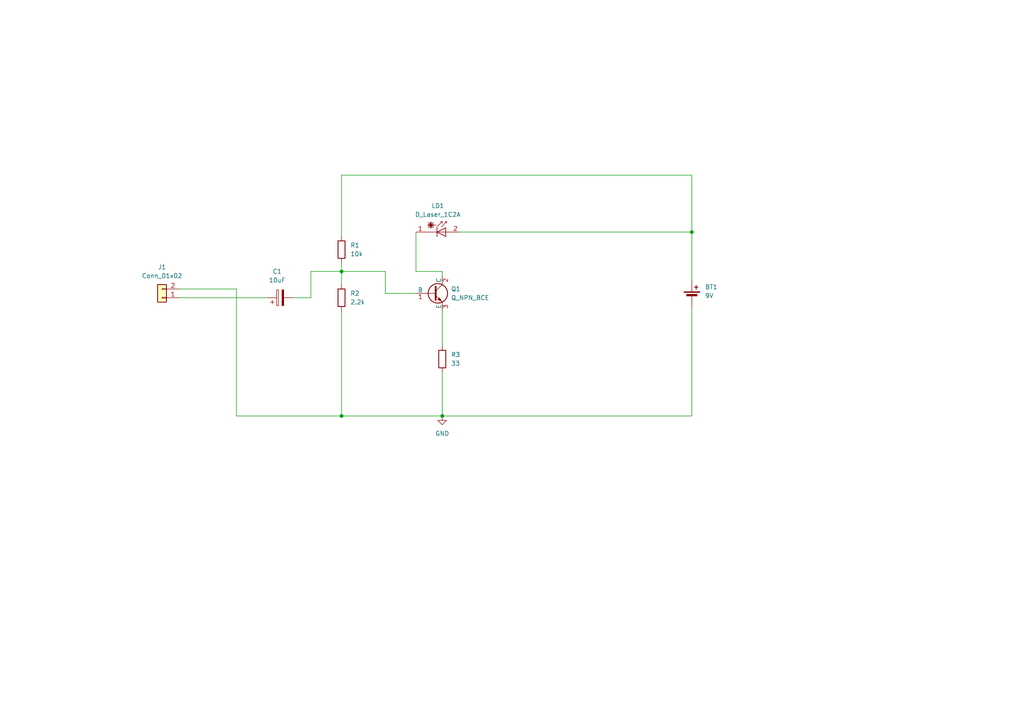
<source format=kicad_sch>
(kicad_sch
	(version 20250114)
	(generator "eeschema")
	(generator_version "9.0")
	(uuid "e12cf7e9-8d3c-4750-ac44-c410fc5d1368")
	(paper "A4")
	(title_block
		(title "Laser Audio Project")
	)
	(lib_symbols
		(symbol "Connector_Generic:Conn_01x02"
			(pin_names
				(offset 1.016)
				(hide yes)
			)
			(exclude_from_sim no)
			(in_bom yes)
			(on_board yes)
			(property "Reference" "J"
				(at 0 2.54 0)
				(effects
					(font
						(size 1.27 1.27)
					)
				)
			)
			(property "Value" "Conn_01x02"
				(at 0 -5.08 0)
				(effects
					(font
						(size 1.27 1.27)
					)
				)
			)
			(property "Footprint" ""
				(at 0 0 0)
				(effects
					(font
						(size 1.27 1.27)
					)
					(hide yes)
				)
			)
			(property "Datasheet" "~"
				(at 0 0 0)
				(effects
					(font
						(size 1.27 1.27)
					)
					(hide yes)
				)
			)
			(property "Description" "Generic connector, single row, 01x02, script generated (kicad-library-utils/schlib/autogen/connector/)"
				(at 0 0 0)
				(effects
					(font
						(size 1.27 1.27)
					)
					(hide yes)
				)
			)
			(property "ki_keywords" "connector"
				(at 0 0 0)
				(effects
					(font
						(size 1.27 1.27)
					)
					(hide yes)
				)
			)
			(property "ki_fp_filters" "Connector*:*_1x??_*"
				(at 0 0 0)
				(effects
					(font
						(size 1.27 1.27)
					)
					(hide yes)
				)
			)
			(symbol "Conn_01x02_1_1"
				(rectangle
					(start -1.27 1.27)
					(end 1.27 -3.81)
					(stroke
						(width 0.254)
						(type default)
					)
					(fill
						(type background)
					)
				)
				(rectangle
					(start -1.27 0.127)
					(end 0 -0.127)
					(stroke
						(width 0.1524)
						(type default)
					)
					(fill
						(type none)
					)
				)
				(rectangle
					(start -1.27 -2.413)
					(end 0 -2.667)
					(stroke
						(width 0.1524)
						(type default)
					)
					(fill
						(type none)
					)
				)
				(pin passive line
					(at -5.08 0 0)
					(length 3.81)
					(name "Pin_1"
						(effects
							(font
								(size 1.27 1.27)
							)
						)
					)
					(number "1"
						(effects
							(font
								(size 1.27 1.27)
							)
						)
					)
				)
				(pin passive line
					(at -5.08 -2.54 0)
					(length 3.81)
					(name "Pin_2"
						(effects
							(font
								(size 1.27 1.27)
							)
						)
					)
					(number "2"
						(effects
							(font
								(size 1.27 1.27)
							)
						)
					)
				)
			)
			(embedded_fonts no)
		)
		(symbol "Device:Battery_Cell"
			(pin_numbers
				(hide yes)
			)
			(pin_names
				(offset 0)
				(hide yes)
			)
			(exclude_from_sim no)
			(in_bom yes)
			(on_board yes)
			(property "Reference" "BT"
				(at 2.54 2.54 0)
				(effects
					(font
						(size 1.27 1.27)
					)
					(justify left)
				)
			)
			(property "Value" "Battery_Cell"
				(at 2.54 0 0)
				(effects
					(font
						(size 1.27 1.27)
					)
					(justify left)
				)
			)
			(property "Footprint" ""
				(at 0 1.524 90)
				(effects
					(font
						(size 1.27 1.27)
					)
					(hide yes)
				)
			)
			(property "Datasheet" "~"
				(at 0 1.524 90)
				(effects
					(font
						(size 1.27 1.27)
					)
					(hide yes)
				)
			)
			(property "Description" "Single-cell battery"
				(at 0 0 0)
				(effects
					(font
						(size 1.27 1.27)
					)
					(hide yes)
				)
			)
			(property "ki_keywords" "battery cell"
				(at 0 0 0)
				(effects
					(font
						(size 1.27 1.27)
					)
					(hide yes)
				)
			)
			(symbol "Battery_Cell_0_1"
				(rectangle
					(start -2.286 1.778)
					(end 2.286 1.524)
					(stroke
						(width 0)
						(type default)
					)
					(fill
						(type outline)
					)
				)
				(rectangle
					(start -1.524 1.016)
					(end 1.524 0.508)
					(stroke
						(width 0)
						(type default)
					)
					(fill
						(type outline)
					)
				)
				(polyline
					(pts
						(xy 0 1.778) (xy 0 2.54)
					)
					(stroke
						(width 0)
						(type default)
					)
					(fill
						(type none)
					)
				)
				(polyline
					(pts
						(xy 0 0.762) (xy 0 0)
					)
					(stroke
						(width 0)
						(type default)
					)
					(fill
						(type none)
					)
				)
				(polyline
					(pts
						(xy 0.762 3.048) (xy 1.778 3.048)
					)
					(stroke
						(width 0.254)
						(type default)
					)
					(fill
						(type none)
					)
				)
				(polyline
					(pts
						(xy 1.27 3.556) (xy 1.27 2.54)
					)
					(stroke
						(width 0.254)
						(type default)
					)
					(fill
						(type none)
					)
				)
			)
			(symbol "Battery_Cell_1_1"
				(pin passive line
					(at 0 5.08 270)
					(length 2.54)
					(name "+"
						(effects
							(font
								(size 1.27 1.27)
							)
						)
					)
					(number "1"
						(effects
							(font
								(size 1.27 1.27)
							)
						)
					)
				)
				(pin passive line
					(at 0 -2.54 90)
					(length 2.54)
					(name "-"
						(effects
							(font
								(size 1.27 1.27)
							)
						)
					)
					(number "2"
						(effects
							(font
								(size 1.27 1.27)
							)
						)
					)
				)
			)
			(embedded_fonts no)
		)
		(symbol "Device:C_Polarized"
			(pin_numbers
				(hide yes)
			)
			(pin_names
				(offset 0.254)
			)
			(exclude_from_sim no)
			(in_bom yes)
			(on_board yes)
			(property "Reference" "C"
				(at 0.635 2.54 0)
				(effects
					(font
						(size 1.27 1.27)
					)
					(justify left)
				)
			)
			(property "Value" "C_Polarized"
				(at 0.635 -2.54 0)
				(effects
					(font
						(size 1.27 1.27)
					)
					(justify left)
				)
			)
			(property "Footprint" ""
				(at 0.9652 -3.81 0)
				(effects
					(font
						(size 1.27 1.27)
					)
					(hide yes)
				)
			)
			(property "Datasheet" "~"
				(at 0 0 0)
				(effects
					(font
						(size 1.27 1.27)
					)
					(hide yes)
				)
			)
			(property "Description" "Polarized capacitor"
				(at 0 0 0)
				(effects
					(font
						(size 1.27 1.27)
					)
					(hide yes)
				)
			)
			(property "ki_keywords" "cap capacitor"
				(at 0 0 0)
				(effects
					(font
						(size 1.27 1.27)
					)
					(hide yes)
				)
			)
			(property "ki_fp_filters" "CP_*"
				(at 0 0 0)
				(effects
					(font
						(size 1.27 1.27)
					)
					(hide yes)
				)
			)
			(symbol "C_Polarized_0_1"
				(rectangle
					(start -2.286 0.508)
					(end 2.286 1.016)
					(stroke
						(width 0)
						(type default)
					)
					(fill
						(type none)
					)
				)
				(polyline
					(pts
						(xy -1.778 2.286) (xy -0.762 2.286)
					)
					(stroke
						(width 0)
						(type default)
					)
					(fill
						(type none)
					)
				)
				(polyline
					(pts
						(xy -1.27 2.794) (xy -1.27 1.778)
					)
					(stroke
						(width 0)
						(type default)
					)
					(fill
						(type none)
					)
				)
				(rectangle
					(start 2.286 -0.508)
					(end -2.286 -1.016)
					(stroke
						(width 0)
						(type default)
					)
					(fill
						(type outline)
					)
				)
			)
			(symbol "C_Polarized_1_1"
				(pin passive line
					(at 0 3.81 270)
					(length 2.794)
					(name "~"
						(effects
							(font
								(size 1.27 1.27)
							)
						)
					)
					(number "1"
						(effects
							(font
								(size 1.27 1.27)
							)
						)
					)
				)
				(pin passive line
					(at 0 -3.81 90)
					(length 2.794)
					(name "~"
						(effects
							(font
								(size 1.27 1.27)
							)
						)
					)
					(number "2"
						(effects
							(font
								(size 1.27 1.27)
							)
						)
					)
				)
			)
			(embedded_fonts no)
		)
		(symbol "Device:D_Laser_1C2A"
			(pin_names
				(offset 1.016)
				(hide yes)
			)
			(exclude_from_sim no)
			(in_bom yes)
			(on_board yes)
			(property "Reference" "LD"
				(at -1.27 4.445 0)
				(effects
					(font
						(size 1.27 1.27)
					)
				)
			)
			(property "Value" "D_Laser_1C2A"
				(at -1.27 -2.54 0)
				(effects
					(font
						(size 1.27 1.27)
					)
				)
			)
			(property "Footprint" ""
				(at -2.54 -0.635 0)
				(effects
					(font
						(size 1.27 1.27)
					)
					(hide yes)
				)
			)
			(property "Datasheet" "~"
				(at 0.762 -5.08 0)
				(effects
					(font
						(size 1.27 1.27)
					)
					(hide yes)
				)
			)
			(property "Description" "Laser diode, cathode on pin 1, anode on pin 2"
				(at 0 0 0)
				(effects
					(font
						(size 1.27 1.27)
					)
					(hide yes)
				)
			)
			(property "ki_keywords" "opto laserdiode"
				(at 0 0 0)
				(effects
					(font
						(size 1.27 1.27)
					)
					(hide yes)
				)
			)
			(property "ki_fp_filters" "*LaserDiode*"
				(at 0 0 0)
				(effects
					(font
						(size 1.27 1.27)
					)
					(hide yes)
				)
			)
			(symbol "D_Laser_1C2A_0_1"
				(polyline
					(pts
						(xy -4.064 2.794) (xy -2.54 1.27)
					)
					(stroke
						(width 0)
						(type default)
					)
					(fill
						(type none)
					)
				)
				(polyline
					(pts
						(xy -4.064 2.286) (xy -2.54 1.778)
					)
					(stroke
						(width 0)
						(type default)
					)
					(fill
						(type none)
					)
				)
				(polyline
					(pts
						(xy -4.064 1.778) (xy -2.54 2.286)
					)
					(stroke
						(width 0)
						(type default)
					)
					(fill
						(type none)
					)
				)
				(polyline
					(pts
						(xy -4.064 1.27) (xy -2.54 2.794)
					)
					(stroke
						(width 0)
						(type default)
					)
					(fill
						(type none)
					)
				)
				(polyline
					(pts
						(xy -3.556 2.794) (xy -3.048 1.27)
					)
					(stroke
						(width 0)
						(type default)
					)
					(fill
						(type none)
					)
				)
				(polyline
					(pts
						(xy -3.302 2.032) (xy -3.302 3.048)
					)
					(stroke
						(width 0)
						(type default)
					)
					(fill
						(type none)
					)
				)
				(polyline
					(pts
						(xy -3.302 2.032) (xy -3.302 1.016)
					)
					(stroke
						(width 0)
						(type default)
					)
					(fill
						(type none)
					)
				)
				(polyline
					(pts
						(xy -3.048 2.794) (xy -3.556 1.27)
					)
					(stroke
						(width 0)
						(type default)
					)
					(fill
						(type none)
					)
				)
				(polyline
					(pts
						(xy -1.778 2.032) (xy -4.318 2.032)
					)
					(stroke
						(width 0)
						(type default)
					)
					(fill
						(type none)
					)
				)
				(polyline
					(pts
						(xy -1.524 1.524) (xy 0 3.048) (xy 0 2.54) (xy 0 3.048) (xy -0.508 3.048)
					)
					(stroke
						(width 0)
						(type default)
					)
					(fill
						(type none)
					)
				)
				(polyline
					(pts
						(xy -1.524 1.27) (xy -1.524 -1.27)
					)
					(stroke
						(width 0.2032)
						(type default)
					)
					(fill
						(type none)
					)
				)
				(polyline
					(pts
						(xy -0.254 1.524) (xy 1.27 3.048) (xy 1.27 2.54)
					)
					(stroke
						(width 0)
						(type default)
					)
					(fill
						(type none)
					)
				)
				(polyline
					(pts
						(xy 1.016 1.27) (xy 1.016 -1.27) (xy -1.524 0) (xy 1.016 1.27)
					)
					(stroke
						(width 0.2032)
						(type default)
					)
					(fill
						(type none)
					)
				)
				(polyline
					(pts
						(xy 1.27 3.048) (xy 0.762 3.048)
					)
					(stroke
						(width 0)
						(type default)
					)
					(fill
						(type none)
					)
				)
				(polyline
					(pts
						(xy 2.54 0) (xy -5.08 0)
					)
					(stroke
						(width 0)
						(type default)
					)
					(fill
						(type none)
					)
				)
			)
			(symbol "D_Laser_1C2A_1_1"
				(pin passive line
					(at -7.62 0 0)
					(length 2.54)
					(name "K"
						(effects
							(font
								(size 1.27 1.27)
							)
						)
					)
					(number "1"
						(effects
							(font
								(size 1.27 1.27)
							)
						)
					)
				)
				(pin passive line
					(at 5.08 0 180)
					(length 2.54)
					(name "A"
						(effects
							(font
								(size 1.27 1.27)
							)
						)
					)
					(number "2"
						(effects
							(font
								(size 1.27 1.27)
							)
						)
					)
				)
			)
			(embedded_fonts no)
		)
		(symbol "Device:R"
			(pin_numbers
				(hide yes)
			)
			(pin_names
				(offset 0)
			)
			(exclude_from_sim no)
			(in_bom yes)
			(on_board yes)
			(property "Reference" "R"
				(at 2.032 0 90)
				(effects
					(font
						(size 1.27 1.27)
					)
				)
			)
			(property "Value" "R"
				(at 0 0 90)
				(effects
					(font
						(size 1.27 1.27)
					)
				)
			)
			(property "Footprint" ""
				(at -1.778 0 90)
				(effects
					(font
						(size 1.27 1.27)
					)
					(hide yes)
				)
			)
			(property "Datasheet" "~"
				(at 0 0 0)
				(effects
					(font
						(size 1.27 1.27)
					)
					(hide yes)
				)
			)
			(property "Description" "Resistor"
				(at 0 0 0)
				(effects
					(font
						(size 1.27 1.27)
					)
					(hide yes)
				)
			)
			(property "ki_keywords" "R res resistor"
				(at 0 0 0)
				(effects
					(font
						(size 1.27 1.27)
					)
					(hide yes)
				)
			)
			(property "ki_fp_filters" "R_*"
				(at 0 0 0)
				(effects
					(font
						(size 1.27 1.27)
					)
					(hide yes)
				)
			)
			(symbol "R_0_1"
				(rectangle
					(start -1.016 -2.54)
					(end 1.016 2.54)
					(stroke
						(width 0.254)
						(type default)
					)
					(fill
						(type none)
					)
				)
			)
			(symbol "R_1_1"
				(pin passive line
					(at 0 3.81 270)
					(length 1.27)
					(name "~"
						(effects
							(font
								(size 1.27 1.27)
							)
						)
					)
					(number "1"
						(effects
							(font
								(size 1.27 1.27)
							)
						)
					)
				)
				(pin passive line
					(at 0 -3.81 90)
					(length 1.27)
					(name "~"
						(effects
							(font
								(size 1.27 1.27)
							)
						)
					)
					(number "2"
						(effects
							(font
								(size 1.27 1.27)
							)
						)
					)
				)
			)
			(embedded_fonts no)
		)
		(symbol "R_1"
			(pin_numbers
				(hide yes)
			)
			(pin_names
				(offset 0)
			)
			(exclude_from_sim no)
			(in_bom yes)
			(on_board yes)
			(property "Reference" "R"
				(at 2.032 0 90)
				(effects
					(font
						(size 1.27 1.27)
					)
				)
			)
			(property "Value" "R"
				(at 0 0 90)
				(effects
					(font
						(size 1.27 1.27)
					)
				)
			)
			(property "Footprint" ""
				(at -1.778 0 90)
				(effects
					(font
						(size 1.27 1.27)
					)
					(hide yes)
				)
			)
			(property "Datasheet" "~"
				(at 0 0 0)
				(effects
					(font
						(size 1.27 1.27)
					)
					(hide yes)
				)
			)
			(property "Description" "Resistor"
				(at 0 0 0)
				(effects
					(font
						(size 1.27 1.27)
					)
					(hide yes)
				)
			)
			(property "ki_keywords" "R res resistor"
				(at 0 0 0)
				(effects
					(font
						(size 1.27 1.27)
					)
					(hide yes)
				)
			)
			(property "ki_fp_filters" "R_*"
				(at 0 0 0)
				(effects
					(font
						(size 1.27 1.27)
					)
					(hide yes)
				)
			)
			(symbol "R_1_0_1"
				(rectangle
					(start -1.016 -2.54)
					(end 1.016 2.54)
					(stroke
						(width 0.254)
						(type default)
					)
					(fill
						(type none)
					)
				)
			)
			(symbol "R_1_1_1"
				(pin passive line
					(at 0 3.81 270)
					(length 1.27)
					(name "~"
						(effects
							(font
								(size 1.27 1.27)
							)
						)
					)
					(number "1"
						(effects
							(font
								(size 1.27 1.27)
							)
						)
					)
				)
				(pin passive line
					(at 0 -3.81 90)
					(length 1.27)
					(name "~"
						(effects
							(font
								(size 1.27 1.27)
							)
						)
					)
					(number "2"
						(effects
							(font
								(size 1.27 1.27)
							)
						)
					)
				)
			)
			(embedded_fonts no)
		)
		(symbol "Transistor_BJT:Q_NPN_BCE"
			(pin_names
				(offset 0)
			)
			(exclude_from_sim no)
			(in_bom yes)
			(on_board yes)
			(property "Reference" "Q"
				(at 5.08 1.27 0)
				(effects
					(font
						(size 1.27 1.27)
					)
					(justify left)
				)
			)
			(property "Value" "Q_NPN_BCE"
				(at 5.08 -1.27 0)
				(effects
					(font
						(size 1.27 1.27)
					)
					(justify left)
				)
			)
			(property "Footprint" ""
				(at 5.08 2.54 0)
				(effects
					(font
						(size 1.27 1.27)
					)
					(hide yes)
				)
			)
			(property "Datasheet" "~"
				(at 0 0 0)
				(effects
					(font
						(size 1.27 1.27)
					)
					(hide yes)
				)
			)
			(property "Description" "NPN transistor, base/collector/emitter"
				(at 0 0 0)
				(effects
					(font
						(size 1.27 1.27)
					)
					(hide yes)
				)
			)
			(property "ki_keywords" "BJT"
				(at 0 0 0)
				(effects
					(font
						(size 1.27 1.27)
					)
					(hide yes)
				)
			)
			(symbol "Q_NPN_BCE_0_1"
				(polyline
					(pts
						(xy -2.54 0) (xy 0.635 0)
					)
					(stroke
						(width 0)
						(type default)
					)
					(fill
						(type none)
					)
				)
				(polyline
					(pts
						(xy 0.635 1.905) (xy 0.635 -1.905)
					)
					(stroke
						(width 0.508)
						(type default)
					)
					(fill
						(type none)
					)
				)
				(circle
					(center 1.27 0)
					(radius 2.8194)
					(stroke
						(width 0.254)
						(type default)
					)
					(fill
						(type none)
					)
				)
			)
			(symbol "Q_NPN_BCE_1_1"
				(polyline
					(pts
						(xy 0.635 0.635) (xy 2.54 2.54)
					)
					(stroke
						(width 0)
						(type default)
					)
					(fill
						(type none)
					)
				)
				(polyline
					(pts
						(xy 0.635 -0.635) (xy 2.54 -2.54)
					)
					(stroke
						(width 0)
						(type default)
					)
					(fill
						(type none)
					)
				)
				(polyline
					(pts
						(xy 1.27 -1.778) (xy 1.778 -1.27) (xy 2.286 -2.286) (xy 1.27 -1.778)
					)
					(stroke
						(width 0)
						(type default)
					)
					(fill
						(type outline)
					)
				)
				(pin input line
					(at -5.08 0 0)
					(length 2.54)
					(name "B"
						(effects
							(font
								(size 1.27 1.27)
							)
						)
					)
					(number "1"
						(effects
							(font
								(size 1.27 1.27)
							)
						)
					)
				)
				(pin passive line
					(at 2.54 5.08 270)
					(length 2.54)
					(name "C"
						(effects
							(font
								(size 1.27 1.27)
							)
						)
					)
					(number "2"
						(effects
							(font
								(size 1.27 1.27)
							)
						)
					)
				)
				(pin passive line
					(at 2.54 -5.08 90)
					(length 2.54)
					(name "E"
						(effects
							(font
								(size 1.27 1.27)
							)
						)
					)
					(number "3"
						(effects
							(font
								(size 1.27 1.27)
							)
						)
					)
				)
			)
			(embedded_fonts no)
		)
		(symbol "power:GND"
			(power)
			(pin_numbers
				(hide yes)
			)
			(pin_names
				(offset 0)
				(hide yes)
			)
			(exclude_from_sim no)
			(in_bom yes)
			(on_board yes)
			(property "Reference" "#PWR"
				(at 0 -6.35 0)
				(effects
					(font
						(size 1.27 1.27)
					)
					(hide yes)
				)
			)
			(property "Value" "GND"
				(at 0 -3.81 0)
				(effects
					(font
						(size 1.27 1.27)
					)
				)
			)
			(property "Footprint" ""
				(at 0 0 0)
				(effects
					(font
						(size 1.27 1.27)
					)
					(hide yes)
				)
			)
			(property "Datasheet" ""
				(at 0 0 0)
				(effects
					(font
						(size 1.27 1.27)
					)
					(hide yes)
				)
			)
			(property "Description" "Power symbol creates a global label with name \"GND\" , ground"
				(at 0 0 0)
				(effects
					(font
						(size 1.27 1.27)
					)
					(hide yes)
				)
			)
			(property "ki_keywords" "global power"
				(at 0 0 0)
				(effects
					(font
						(size 1.27 1.27)
					)
					(hide yes)
				)
			)
			(symbol "GND_0_1"
				(polyline
					(pts
						(xy 0 0) (xy 0 -1.27) (xy 1.27 -1.27) (xy 0 -2.54) (xy -1.27 -1.27) (xy 0 -1.27)
					)
					(stroke
						(width 0)
						(type default)
					)
					(fill
						(type none)
					)
				)
			)
			(symbol "GND_1_1"
				(pin power_in line
					(at 0 0 270)
					(length 0)
					(name "~"
						(effects
							(font
								(size 1.27 1.27)
							)
						)
					)
					(number "1"
						(effects
							(font
								(size 1.27 1.27)
							)
						)
					)
				)
			)
			(embedded_fonts no)
		)
	)
	(junction
		(at 200.66 67.31)
		(diameter 0)
		(color 0 0 0 0)
		(uuid "024c5870-f08b-405d-9b93-b61f85b2b68e")
	)
	(junction
		(at 99.06 78.74)
		(diameter 0)
		(color 0 0 0 0)
		(uuid "52029070-5046-4d9b-b498-8106a0790972")
	)
	(junction
		(at 99.06 120.65)
		(diameter 0)
		(color 0 0 0 0)
		(uuid "7f6a2f2f-4dab-4daf-a9b0-e9624f50e630")
	)
	(junction
		(at 128.27 120.65)
		(diameter 0)
		(color 0 0 0 0)
		(uuid "c1242dcd-bbfd-4876-97ed-e33ca102145f")
	)
	(wire
		(pts
			(xy 68.58 120.65) (xy 99.06 120.65)
		)
		(stroke
			(width 0)
			(type default)
		)
		(uuid "0096206a-f533-4bf8-b3b0-b7bf4e949928")
	)
	(wire
		(pts
			(xy 111.76 85.09) (xy 111.76 78.74)
		)
		(stroke
			(width 0)
			(type default)
		)
		(uuid "0d4ec947-6e49-4677-98c8-9d0cce7de795")
	)
	(wire
		(pts
			(xy 99.06 50.8) (xy 99.06 68.58)
		)
		(stroke
			(width 0)
			(type default)
		)
		(uuid "111e2a5f-e08e-4ab3-9215-43bee272da15")
	)
	(wire
		(pts
			(xy 128.27 80.01) (xy 128.27 78.74)
		)
		(stroke
			(width 0)
			(type default)
		)
		(uuid "2534e7b9-ffe6-447b-a8d1-8dbb5d27ed5d")
	)
	(wire
		(pts
			(xy 68.58 83.82) (xy 68.58 120.65)
		)
		(stroke
			(width 0)
			(type default)
		)
		(uuid "2e35ae3e-4b5e-4df0-a2d9-0ef1b9fe66ef")
	)
	(wire
		(pts
			(xy 120.65 85.09) (xy 111.76 85.09)
		)
		(stroke
			(width 0)
			(type default)
		)
		(uuid "305d0c24-e8ab-4ee0-8f8a-ed86a26ad142")
	)
	(wire
		(pts
			(xy 90.17 78.74) (xy 99.06 78.74)
		)
		(stroke
			(width 0)
			(type default)
		)
		(uuid "330afa45-b641-4bed-a9ce-86b633b9b438")
	)
	(wire
		(pts
			(xy 90.17 86.36) (xy 90.17 78.74)
		)
		(stroke
			(width 0)
			(type default)
		)
		(uuid "33f29622-7631-49a5-94d9-8fc5e257911c")
	)
	(wire
		(pts
			(xy 85.09 86.36) (xy 90.17 86.36)
		)
		(stroke
			(width 0)
			(type default)
		)
		(uuid "371a16bf-23c9-414d-87f7-acf47492fbfb")
	)
	(wire
		(pts
			(xy 128.27 120.65) (xy 200.66 120.65)
		)
		(stroke
			(width 0)
			(type default)
		)
		(uuid "42286f53-8465-4f8a-a738-b4e8e5f955ea")
	)
	(wire
		(pts
			(xy 133.35 67.31) (xy 200.66 67.31)
		)
		(stroke
			(width 0)
			(type default)
		)
		(uuid "462ac245-7b13-426a-a25a-1347d5c9a213")
	)
	(wire
		(pts
			(xy 128.27 90.17) (xy 128.27 100.33)
		)
		(stroke
			(width 0)
			(type default)
		)
		(uuid "536317da-8d50-41e0-b08f-c12f38ad4ef9")
	)
	(wire
		(pts
			(xy 200.66 81.28) (xy 200.66 67.31)
		)
		(stroke
			(width 0)
			(type default)
		)
		(uuid "546649e3-a7b4-4a99-969a-2cec8ee1686b")
	)
	(wire
		(pts
			(xy 128.27 107.95) (xy 128.27 120.65)
		)
		(stroke
			(width 0)
			(type default)
		)
		(uuid "5a53dd10-2f40-4436-9f4e-d3b0639dcd68")
	)
	(wire
		(pts
			(xy 99.06 76.2) (xy 99.06 78.74)
		)
		(stroke
			(width 0)
			(type default)
		)
		(uuid "6b104ca7-a5df-4746-b8b4-26b1c6376b2e")
	)
	(wire
		(pts
			(xy 99.06 78.74) (xy 99.06 82.55)
		)
		(stroke
			(width 0)
			(type default)
		)
		(uuid "6bf43b25-4f50-4db3-bec0-db48a6c95303")
	)
	(wire
		(pts
			(xy 200.66 67.31) (xy 200.66 50.8)
		)
		(stroke
			(width 0)
			(type default)
		)
		(uuid "79042f8f-f85c-4b60-ad54-634745bd7180")
	)
	(wire
		(pts
			(xy 111.76 78.74) (xy 99.06 78.74)
		)
		(stroke
			(width 0)
			(type default)
		)
		(uuid "79c28ffc-31a7-4e52-9e71-04dc8a51d8ac")
	)
	(wire
		(pts
			(xy 99.06 120.65) (xy 128.27 120.65)
		)
		(stroke
			(width 0)
			(type default)
		)
		(uuid "873b94ec-8a58-4a73-8c3f-cef14db22588")
	)
	(wire
		(pts
			(xy 120.65 78.74) (xy 120.65 67.31)
		)
		(stroke
			(width 0)
			(type default)
		)
		(uuid "90c8f289-f0f1-490e-97d3-4fe5a8f8b7b0")
	)
	(wire
		(pts
			(xy 128.27 78.74) (xy 120.65 78.74)
		)
		(stroke
			(width 0)
			(type default)
		)
		(uuid "9b86bc7e-16d8-40dd-9ed0-94aa67ae872f")
	)
	(wire
		(pts
			(xy 200.66 50.8) (xy 99.06 50.8)
		)
		(stroke
			(width 0)
			(type default)
		)
		(uuid "a85da3a3-8f1a-44e3-ae95-e67714bf0e86")
	)
	(wire
		(pts
			(xy 52.07 86.36) (xy 77.47 86.36)
		)
		(stroke
			(width 0)
			(type default)
		)
		(uuid "a863ea91-311e-43a6-bc36-6882f63c89bd")
	)
	(wire
		(pts
			(xy 99.06 90.17) (xy 99.06 120.65)
		)
		(stroke
			(width 0)
			(type default)
		)
		(uuid "b1bb4af8-aea6-427b-8284-df3bc2a1353a")
	)
	(wire
		(pts
			(xy 200.66 88.9) (xy 200.66 120.65)
		)
		(stroke
			(width 0)
			(type default)
		)
		(uuid "b569bdcd-8c15-42c2-86a3-987a9b507bca")
	)
	(wire
		(pts
			(xy 52.07 83.82) (xy 68.58 83.82)
		)
		(stroke
			(width 0)
			(type default)
		)
		(uuid "dc3b3bf1-a1d2-4741-8953-d88e73ab75b3")
	)
	(symbol
		(lib_name "R_1")
		(lib_id "Device:R")
		(at 99.06 72.39 0)
		(unit 1)
		(exclude_from_sim no)
		(in_bom yes)
		(on_board yes)
		(dnp no)
		(fields_autoplaced yes)
		(uuid "044c106b-6884-43de-b66b-187064650b74")
		(property "Reference" "R1"
			(at 101.6 71.1199 0)
			(effects
				(font
					(size 1.27 1.27)
				)
				(justify left)
			)
		)
		(property "Value" "10k"
			(at 101.6 73.6599 0)
			(effects
				(font
					(size 1.27 1.27)
				)
				(justify left)
			)
		)
		(property "Footprint" "Resistor_THT:R_Axial_DIN0207_L6.3mm_D2.5mm_P7.62mm_Horizontal"
			(at 97.282 72.39 90)
			(effects
				(font
					(size 1.27 1.27)
				)
				(hide yes)
			)
		)
		(property "Datasheet" "~"
			(at 99.06 72.39 0)
			(effects
				(font
					(size 1.27 1.27)
				)
				(hide yes)
			)
		)
		(property "Description" "Resistor"
			(at 99.06 72.39 0)
			(effects
				(font
					(size 1.27 1.27)
				)
				(hide yes)
			)
		)
		(pin "2"
			(uuid "939381fd-ac66-4ce3-860a-c1c72a5a3d17")
		)
		(pin "1"
			(uuid "5ac1296a-ecf2-4164-b24b-96651e290272")
		)
		(instances
			(project ""
				(path "/e12cf7e9-8d3c-4750-ac44-c410fc5d1368"
					(reference "R1")
					(unit 1)
				)
			)
		)
	)
	(symbol
		(lib_id "power:GND")
		(at 128.27 120.65 0)
		(unit 1)
		(exclude_from_sim no)
		(in_bom yes)
		(on_board yes)
		(dnp no)
		(fields_autoplaced yes)
		(uuid "050a185f-cfd2-4fa7-9868-641e57e360e6")
		(property "Reference" "#PWR01"
			(at 128.27 127 0)
			(effects
				(font
					(size 1.27 1.27)
				)
				(hide yes)
			)
		)
		(property "Value" "GND"
			(at 128.27 125.73 0)
			(effects
				(font
					(size 1.27 1.27)
				)
			)
		)
		(property "Footprint" ""
			(at 128.27 120.65 0)
			(effects
				(font
					(size 1.27 1.27)
				)
				(hide yes)
			)
		)
		(property "Datasheet" ""
			(at 128.27 120.65 0)
			(effects
				(font
					(size 1.27 1.27)
				)
				(hide yes)
			)
		)
		(property "Description" "Power symbol creates a global label with name \"GND\" , ground"
			(at 128.27 120.65 0)
			(effects
				(font
					(size 1.27 1.27)
				)
				(hide yes)
			)
		)
		(pin "1"
			(uuid "884899c4-5ec6-4c89-87d1-5dd1ed39a62e")
		)
		(instances
			(project ""
				(path "/e12cf7e9-8d3c-4750-ac44-c410fc5d1368"
					(reference "#PWR01")
					(unit 1)
				)
			)
		)
	)
	(symbol
		(lib_id "Device:R")
		(at 99.06 86.36 0)
		(unit 1)
		(exclude_from_sim no)
		(in_bom yes)
		(on_board yes)
		(dnp no)
		(fields_autoplaced yes)
		(uuid "675a6d6f-5f5c-4207-b892-47b5fe54bbf5")
		(property "Reference" "R2"
			(at 101.6 85.0899 0)
			(effects
				(font
					(size 1.27 1.27)
				)
				(justify left)
			)
		)
		(property "Value" "2.2k"
			(at 101.6 87.6299 0)
			(effects
				(font
					(size 1.27 1.27)
				)
				(justify left)
			)
		)
		(property "Footprint" "Resistor_THT:R_Axial_DIN0207_L6.3mm_D2.5mm_P7.62mm_Horizontal"
			(at 97.282 86.36 90)
			(effects
				(font
					(size 1.27 1.27)
				)
				(hide yes)
			)
		)
		(property "Datasheet" "~"
			(at 99.06 86.36 0)
			(effects
				(font
					(size 1.27 1.27)
				)
				(hide yes)
			)
		)
		(property "Description" "Resistor"
			(at 99.06 86.36 0)
			(effects
				(font
					(size 1.27 1.27)
				)
				(hide yes)
			)
		)
		(pin "1"
			(uuid "1d4e3e3d-c67f-4631-8447-48a40401d9d0")
		)
		(pin "2"
			(uuid "0bbe3a97-c7d4-4dac-87bd-b6ac5fa0ee36")
		)
		(instances
			(project ""
				(path "/e12cf7e9-8d3c-4750-ac44-c410fc5d1368"
					(reference "R2")
					(unit 1)
				)
			)
		)
	)
	(symbol
		(lib_id "Device:C_Polarized")
		(at 81.28 86.36 90)
		(unit 1)
		(exclude_from_sim no)
		(in_bom yes)
		(on_board yes)
		(dnp no)
		(fields_autoplaced yes)
		(uuid "6dcfe50d-04cb-4b0c-a54b-2c5c078f707b")
		(property "Reference" "C1"
			(at 80.391 78.74 90)
			(effects
				(font
					(size 1.27 1.27)
				)
			)
		)
		(property "Value" "10uF"
			(at 80.391 81.28 90)
			(effects
				(font
					(size 1.27 1.27)
				)
			)
		)
		(property "Footprint" "Capacitor_THT:CP_Radial_D5.0mm_P2.50mm"
			(at 85.09 85.3948 0)
			(effects
				(font
					(size 1.27 1.27)
				)
				(hide yes)
			)
		)
		(property "Datasheet" "~"
			(at 81.28 86.36 0)
			(effects
				(font
					(size 1.27 1.27)
				)
				(hide yes)
			)
		)
		(property "Description" "Polarized capacitor"
			(at 81.28 86.36 0)
			(effects
				(font
					(size 1.27 1.27)
				)
				(hide yes)
			)
		)
		(pin "1"
			(uuid "0414f390-51e0-4133-969b-a44d9c087ec0")
		)
		(pin "2"
			(uuid "68b82787-1e39-42e8-87fa-31510280db20")
		)
		(instances
			(project ""
				(path "/e12cf7e9-8d3c-4750-ac44-c410fc5d1368"
					(reference "C1")
					(unit 1)
				)
			)
		)
	)
	(symbol
		(lib_id "Transistor_BJT:Q_NPN_BCE")
		(at 125.73 85.09 0)
		(unit 1)
		(exclude_from_sim no)
		(in_bom yes)
		(on_board yes)
		(dnp no)
		(fields_autoplaced yes)
		(uuid "a8fdd638-cba8-4625-8695-fa08d1a84b8e")
		(property "Reference" "Q1"
			(at 130.81 83.8199 0)
			(effects
				(font
					(size 1.27 1.27)
				)
				(justify left)
			)
		)
		(property "Value" "Q_NPN_BCE"
			(at 130.81 86.3599 0)
			(effects
				(font
					(size 1.27 1.27)
				)
				(justify left)
			)
		)
		(property "Footprint" "Package_TO_SOT_THT:TO-92_Inline"
			(at 130.81 82.55 0)
			(effects
				(font
					(size 1.27 1.27)
				)
				(hide yes)
			)
		)
		(property "Datasheet" "~"
			(at 125.73 85.09 0)
			(effects
				(font
					(size 1.27 1.27)
				)
				(hide yes)
			)
		)
		(property "Description" "NPN transistor, base/collector/emitter"
			(at 125.73 85.09 0)
			(effects
				(font
					(size 1.27 1.27)
				)
				(hide yes)
			)
		)
		(pin "1"
			(uuid "b47944d9-fee3-40d6-8d5b-80429f64036d")
		)
		(pin "2"
			(uuid "647569f2-9b62-44d9-b79e-c4514d2323d0")
		)
		(pin "3"
			(uuid "618f192e-0258-4444-9031-71a520e1557a")
		)
		(instances
			(project ""
				(path "/e12cf7e9-8d3c-4750-ac44-c410fc5d1368"
					(reference "Q1")
					(unit 1)
				)
			)
		)
	)
	(symbol
		(lib_id "Device:D_Laser_1C2A")
		(at 128.27 67.31 0)
		(unit 1)
		(exclude_from_sim no)
		(in_bom yes)
		(on_board yes)
		(dnp no)
		(fields_autoplaced yes)
		(uuid "b7ab3855-5ef1-46bd-93c8-9891d7ec144f")
		(property "Reference" "LD1"
			(at 127 59.69 0)
			(effects
				(font
					(size 1.27 1.27)
				)
			)
		)
		(property "Value" "D_Laser_1C2A"
			(at 127 62.23 0)
			(effects
				(font
					(size 1.27 1.27)
				)
			)
		)
		(property "Footprint" "Connector_PinSocket_2.54mm:PinSocket_1x02_P2.54mm_Vertical"
			(at 125.73 67.945 0)
			(effects
				(font
					(size 1.27 1.27)
				)
				(hide yes)
			)
		)
		(property "Datasheet" "~"
			(at 129.032 72.39 0)
			(effects
				(font
					(size 1.27 1.27)
				)
				(hide yes)
			)
		)
		(property "Description" "Laser diode, cathode on pin 1, anode on pin 2"
			(at 128.27 67.31 0)
			(effects
				(font
					(size 1.27 1.27)
				)
				(hide yes)
			)
		)
		(pin "2"
			(uuid "bf7b0dd4-6510-4947-b54c-4e85d7347a6d")
		)
		(pin "1"
			(uuid "196af26c-ee80-4a64-9c71-5d4e4b7a0666")
		)
		(instances
			(project ""
				(path "/e12cf7e9-8d3c-4750-ac44-c410fc5d1368"
					(reference "LD1")
					(unit 1)
				)
			)
		)
	)
	(symbol
		(lib_id "Device:R")
		(at 128.27 104.14 0)
		(unit 1)
		(exclude_from_sim no)
		(in_bom yes)
		(on_board yes)
		(dnp no)
		(fields_autoplaced yes)
		(uuid "e17c1f3c-a04b-4432-9cac-160fda355d73")
		(property "Reference" "R3"
			(at 130.81 102.8699 0)
			(effects
				(font
					(size 1.27 1.27)
				)
				(justify left)
			)
		)
		(property "Value" "33"
			(at 130.81 105.4099 0)
			(effects
				(font
					(size 1.27 1.27)
				)
				(justify left)
			)
		)
		(property "Footprint" "Resistor_THT:R_Axial_DIN0207_L6.3mm_D2.5mm_P7.62mm_Horizontal"
			(at 126.492 104.14 90)
			(effects
				(font
					(size 1.27 1.27)
				)
				(hide yes)
			)
		)
		(property "Datasheet" "~"
			(at 128.27 104.14 0)
			(effects
				(font
					(size 1.27 1.27)
				)
				(hide yes)
			)
		)
		(property "Description" "Resistor"
			(at 128.27 104.14 0)
			(effects
				(font
					(size 1.27 1.27)
				)
				(hide yes)
			)
		)
		(pin "2"
			(uuid "bd309c44-9f9d-405c-b4b1-13c06f4b9378")
		)
		(pin "1"
			(uuid "7466ed21-d342-4742-8b76-597c40bc5b6b")
		)
		(instances
			(project ""
				(path "/e12cf7e9-8d3c-4750-ac44-c410fc5d1368"
					(reference "R3")
					(unit 1)
				)
			)
		)
	)
	(symbol
		(lib_id "Connector_Generic:Conn_01x02")
		(at 46.99 86.36 180)
		(unit 1)
		(exclude_from_sim no)
		(in_bom yes)
		(on_board yes)
		(dnp no)
		(fields_autoplaced yes)
		(uuid "ec8b11e6-6573-471a-b763-ad9762c64f4a")
		(property "Reference" "J1"
			(at 46.99 77.47 0)
			(effects
				(font
					(size 1.27 1.27)
				)
			)
		)
		(property "Value" "Conn_01x02"
			(at 46.99 80.01 0)
			(effects
				(font
					(size 1.27 1.27)
				)
			)
		)
		(property "Footprint" "Connector_PinHeader_2.54mm:PinHeader_1x02_P2.54mm_Vertical"
			(at 46.99 86.36 0)
			(effects
				(font
					(size 1.27 1.27)
				)
				(hide yes)
			)
		)
		(property "Datasheet" "~"
			(at 46.99 86.36 0)
			(effects
				(font
					(size 1.27 1.27)
				)
				(hide yes)
			)
		)
		(property "Description" "Generic connector, single row, 01x02, script generated (kicad-library-utils/schlib/autogen/connector/)"
			(at 46.99 86.36 0)
			(effects
				(font
					(size 1.27 1.27)
				)
				(hide yes)
			)
		)
		(pin "2"
			(uuid "4a0b7ae8-b2fa-40bf-8e92-94b3c0c85fac")
		)
		(pin "1"
			(uuid "1e736697-ac82-42d4-a072-b71a825c7002")
		)
		(instances
			(project ""
				(path "/e12cf7e9-8d3c-4750-ac44-c410fc5d1368"
					(reference "J1")
					(unit 1)
				)
			)
		)
	)
	(symbol
		(lib_id "Device:Battery_Cell")
		(at 200.66 86.36 0)
		(unit 1)
		(exclude_from_sim no)
		(in_bom yes)
		(on_board yes)
		(dnp no)
		(fields_autoplaced yes)
		(uuid "efeef7c7-93a6-4d16-b257-3dac34f5a410")
		(property "Reference" "BT1"
			(at 204.47 83.2484 0)
			(effects
				(font
					(size 1.27 1.27)
				)
				(justify left)
			)
		)
		(property "Value" "9V"
			(at 204.47 85.7884 0)
			(effects
				(font
					(size 1.27 1.27)
				)
				(justify left)
			)
		)
		(property "Footprint" "Connector_PinSocket_2.54mm:PinSocket_1x02_P2.54mm_Vertical"
			(at 200.66 84.836 90)
			(effects
				(font
					(size 1.27 1.27)
				)
				(hide yes)
			)
		)
		(property "Datasheet" "~"
			(at 200.66 84.836 90)
			(effects
				(font
					(size 1.27 1.27)
				)
				(hide yes)
			)
		)
		(property "Description" "Single-cell battery"
			(at 200.66 86.36 0)
			(effects
				(font
					(size 1.27 1.27)
				)
				(hide yes)
			)
		)
		(pin "1"
			(uuid "da8441b3-1a01-4526-938a-2f64515ec4b0")
		)
		(pin "2"
			(uuid "4600bc0e-d735-4efd-952c-b48a28368551")
		)
		(instances
			(project ""
				(path "/e12cf7e9-8d3c-4750-ac44-c410fc5d1368"
					(reference "BT1")
					(unit 1)
				)
			)
		)
	)
	(sheet_instances
		(path "/"
			(page "1")
		)
	)
	(embedded_fonts no)
)

</source>
